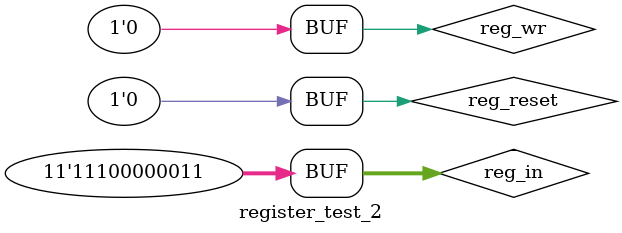
<source format=sv>
`timescale 1 ns / 10 ps

module register_test_2#(
        parameter WIDTH = 11
    );

    logic [WIDTH - 1:0] reg_in;
    logic reg_wr, reg_reset;
    logic clock;
    logic [WIDTH - 1:0] reg_out;

    clock_generator GCLOCK(clock);

    register #(.WIDTH(WIDTH)) register0(
        .reg_in(reg_in), 
        .reg_wr(reg_wr), 
        .reg_reset(reg_reset), 
        .clock(clock), 
        .reg_out(reg_out)
    );

    initial
    begin 
        reg_wr=1'b0; 
        reg_reset=1'b1;
        reg_in = 11'b01100110011;
        #2	reg_reset=1'b0;
            reg_wr=1'b1;
        #2	reg_wr=1'b0;
        #2	reg_reset=1'b1;
        #2	reg_reset=1'b0;
        #2	reg_in = 11'b11110111001;
        #2	reg_wr=1'b1;
        #2	reg_wr=1'b0;
        #2	reg_in = 11'b00000111111;
        #2	reg_in = 11'b00100101101;
        #2	reg_reset=1'b1;
        #2	reg_reset=1'b0;
        #2  reg_in = 11'b11100000011;	
    end
endmodule 
</source>
